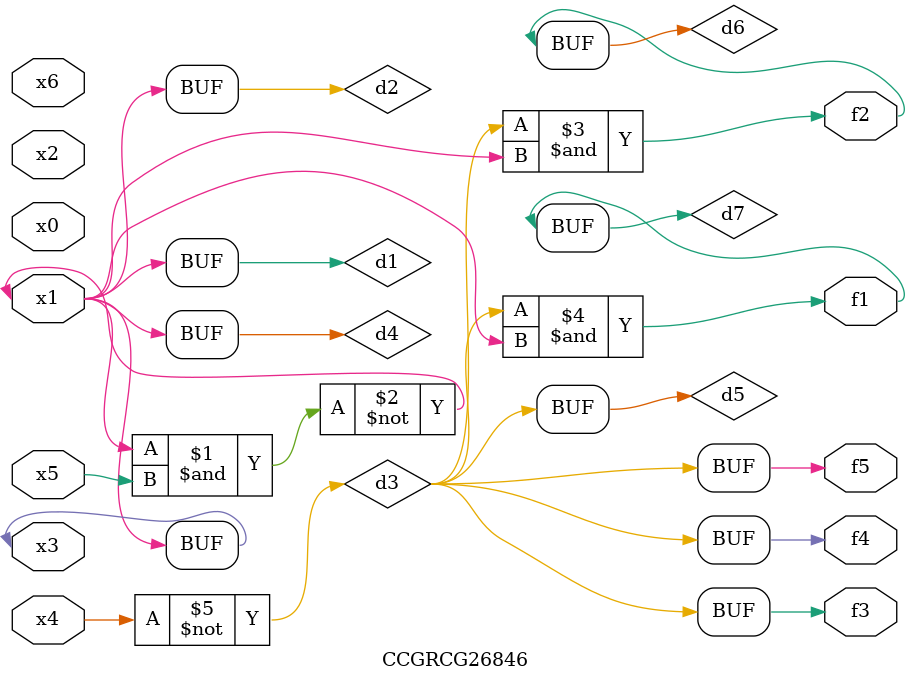
<source format=v>
module CCGRCG26846(
	input x0, x1, x2, x3, x4, x5, x6,
	output f1, f2, f3, f4, f5
);

	wire d1, d2, d3, d4, d5, d6, d7;

	buf (d1, x1, x3);
	nand (d2, x1, x5);
	not (d3, x4);
	buf (d4, d1, d2);
	buf (d5, d3);
	and (d6, d3, d4);
	and (d7, d3, d4);
	assign f1 = d7;
	assign f2 = d6;
	assign f3 = d5;
	assign f4 = d5;
	assign f5 = d5;
endmodule

</source>
